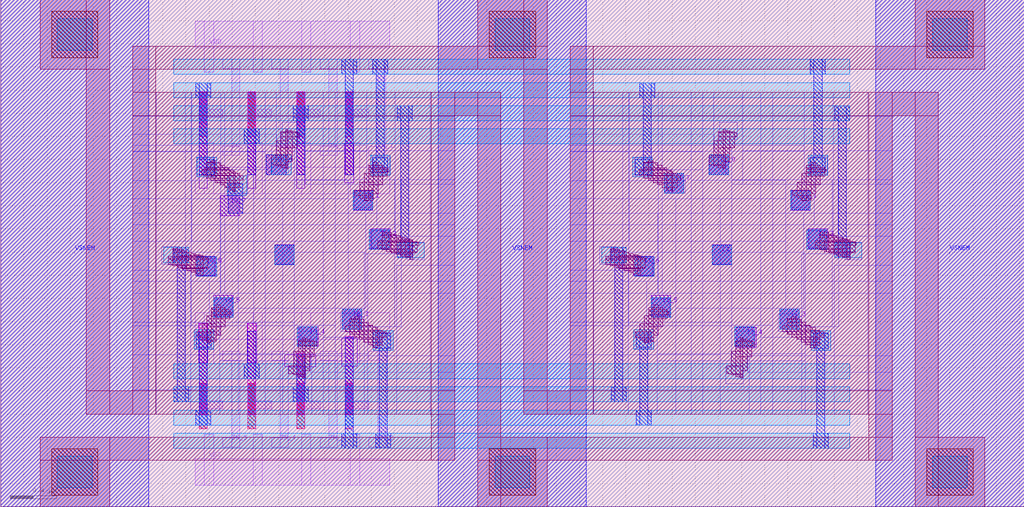
<source format=lef>
VERSION 5.7 ;
BUSBITCHARS "[]" ;
DIVIDERCHAR "/" ;


MANUFACTURINGGRID 0.005 ;

MACRO nem_ohmux_invd2_2i_8b
  CLASS COVER ;
  ORIGIN 0 0 ;
  FOREIGN nem_ohmux_invd2_2i_8b 0 0 ;
  SIZE 8.84 BY 4.38 ;
  SYMMETRY X Y ;
  SITE core ;
  PIN I0_0
    DIRECTION INPUT ;
    USE SIGNAL ;
    PORT
      LAYER M7 ;
        RECT 2.295 2.87 2.465 3.04 ;
    END
  END I0_0
  PIN I0_7
    DIRECTION INPUT ;
    USE SIGNAL ;
    PORT
      LAYER M7 ;
        RECT 1.895 2.515 2.065 2.685 ;
    END
  END I0_7
  PIN I0_1
    DIRECTION INPUT ;
    USE SIGNAL ;
    PORT
      LAYER M7 ;
        RECT 3.045 2.56 3.215 2.73 ;
    END
  END I0_1
  PIN I0_2
    DIRECTION INPUT ;
    USE SIGNAL ;
    PORT
      LAYER M7 ;
        RECT 3.195 2.23 3.365 2.4 ;
    END
  END I0_2
  PIN I0_3
    DIRECTION INPUT ;
    USE SIGNAL ;
    PORT
      LAYER M7 ;
        RECT 2.95 1.535 3.12 1.705 ;
    END
  END I0_3
  PIN I0_4
    DIRECTION INPUT ;
    USE SIGNAL ;
    PORT
      LAYER M7 ;
        RECT 2.575 1.385 2.745 1.555 ;
    END
  END I0_4
  PIN I0_5
    DIRECTION INPUT ;
    USE SIGNAL ;
    PORT
      LAYER M7 ;
        RECT 1.84 1.655 2.01 1.825 ;
    END
  END I0_5
  PIN I0_6
    DIRECTION INPUT ;
    USE SIGNAL ;
    PORT
      LAYER M7 ;
        RECT 1.685 1.995 1.855 2.165 ;
    END
  END I0_6
  PIN S0
    DIRECTION INPUT ;
    USE SIGNAL ;
    PORT
      LAYER M7 ;
        RECT 2.365 2.095 2.535 2.265 ;
    END
  END S0
  PIN ZN_3
    DIRECTION OUTPUT ;
    USE SIGNAL ;
    PORT
      LAYER M1 ;
        RECT 3.18 1.265 3.325 1.345 ;
        RECT 3.255 0.515 3.325 1.345 ;
        RECT 3.18 0.515 3.325 0.595 ;
    END
  END ZN_3
  PIN ZN_6
    DIRECTION OUTPUT ;
    USE SIGNAL ;
    PORT
      LAYER M1 ;
        RECT 2.76 1.265 2.905 1.345 ;
        RECT 2.835 0.515 2.905 1.345 ;
        RECT 2.76 0.515 2.905 0.595 ;
    END
  END ZN_6
  PIN ZN_4
    DIRECTION OUTPUT ;
    USE SIGNAL ;
    PORT
      LAYER M1 ;
        RECT 2.34 1.265 2.485 1.345 ;
        RECT 2.415 0.515 2.485 1.345 ;
        RECT 2.34 0.515 2.485 0.595 ;
    END
  END ZN_4
  PIN ZN_5
    DIRECTION OUTPUT ;
    USE SIGNAL ;
    PORT
      LAYER M1 ;
        RECT 1.92 1.265 2.065 1.345 ;
        RECT 1.995 0.515 2.065 1.345 ;
        RECT 1.92 0.515 2.065 0.595 ;
    END
  END ZN_5
  PIN ZN_1
    DIRECTION OUTPUT ;
    USE SIGNAL ;
    PORT
      LAYER M1 ;
        RECT 3.18 3.785 3.325 3.865 ;
        RECT 3.255 3.035 3.325 3.865 ;
        RECT 3.18 3.035 3.325 3.115 ;
    END
  END ZN_1
  PIN ZN_2
    DIRECTION OUTPUT ;
    USE SIGNAL ;
    PORT
      LAYER M1 ;
        RECT 2.76 3.785 2.905 3.865 ;
        RECT 2.835 3.035 2.905 3.865 ;
        RECT 2.76 3.035 2.905 3.115 ;
    END
  END ZN_2
  PIN ZN_0
    DIRECTION OUTPUT ;
    USE SIGNAL ;
    PORT
      LAYER M1 ;
        RECT 2.34 3.785 2.485 3.865 ;
        RECT 2.415 3.035 2.485 3.865 ;
        RECT 2.34 3.035 2.485 3.115 ;
    END
  END ZN_0
  PIN ZN_7
    DIRECTION OUTPUT ;
    USE SIGNAL ;
    PORT
      LAYER M1 ;
        RECT 1.92 3.785 2.065 3.865 ;
        RECT 1.995 3.035 2.065 3.865 ;
        RECT 1.92 3.035 2.065 3.115 ;
    END
  END ZN_7
  PIN S1
    DIRECTION INPUT ;
    USE SIGNAL ;
    PORT
      LAYER M7 ;
        RECT 6.145 2.095 6.315 2.265 ;
    END
  END S1
  PIN I1_2
    DIRECTION INPUT ;
    USE SIGNAL ;
    PORT
      LAYER M7 ;
        RECT 6.975 2.23 7.145 2.4 ;
    END
  END I1_2
  PIN I1_4
    DIRECTION INPUT ;
    USE SIGNAL ;
    PORT
      LAYER M7 ;
        RECT 6.355 1.38 6.525 1.55 ;
    END
  END I1_4
  PIN I1_3
    DIRECTION INPUT ;
    USE SIGNAL ;
    PORT
      LAYER M7 ;
        RECT 6.73 1.535 6.9 1.705 ;
    END
  END I1_3
  PIN I1_1
    DIRECTION INPUT ;
    USE SIGNAL ;
    PORT
      LAYER M7 ;
        RECT 6.825 2.56 6.995 2.73 ;
    END
  END I1_1
  PIN I1_0
    DIRECTION INPUT ;
    USE SIGNAL ;
    PORT
      LAYER M7 ;
        RECT 6.12 2.87 6.29 3.04 ;
    END
  END I1_0
  PIN I1_5
    DIRECTION INPUT ;
    USE SIGNAL ;
    PORT
      LAYER M7 ;
        RECT 5.62 1.655 5.79 1.825 ;
    END
  END I1_5
  PIN I1_7
    DIRECTION INPUT ;
    USE SIGNAL ;
    PORT
      LAYER M7 ;
        RECT 5.73 2.71 5.9 2.88 ;
    END
  END I1_7
  PIN I1_6
    DIRECTION INPUT ;
    USE SIGNAL ;
    PORT
      LAYER M7 ;
        RECT 5.465 1.995 5.635 2.165 ;
    END
  END I1_6
  PIN VSNEM
    DIRECTION INOUT ;
    USE GROUND ;
    SHAPE ABUTMENT ;
    PORT
      LAYER M8 ;
        RECT 0 0 1.28 4.38 ;
    END
    PORT
      LAYER M8 ;
        RECT 3.78 0 5.06 4.38 ;
    END
    PORT
      LAYER M8 ;
        RECT 7.56 0 8.84 4.38 ;
    END
  END VSNEM
  PIN VSS
    DIRECTION INOUT ;
    USE GROUND ;
    SHAPE ABUTMENT ;
    PORT
      LAYER M1 ;
        RECT 1.68 2.705 3.36 2.935 ;
        RECT 3.02 2.705 3.1 3.145 ;
        RECT 2.6 2.705 2.68 3.145 ;
        RECT 2.18 2.705 2.26 3.145 ;
        RECT 1.76 2.705 1.84 3.145 ;
    END
    PORT
      LAYER M1 ;
        RECT 1.68 0.185 3.36 0.415 ;
        RECT 3.02 0.185 3.1 0.625 ;
        RECT 2.6 0.185 2.68 0.625 ;
        RECT 2.18 0.185 2.26 0.625 ;
        RECT 1.76 0.185 1.84 0.625 ;
    END
  END VSS
  PIN VDD
    DIRECTION INOUT ;
    USE POWER ;
    SHAPE ABUTMENT ;
    PORT
      LAYER M1 ;
        RECT 1.68 3.965 3.36 4.195 ;
        RECT 3.02 3.755 3.1 4.195 ;
        RECT 2.6 3.755 2.68 4.195 ;
        RECT 2.18 3.755 2.26 4.195 ;
        RECT 1.76 3.755 1.84 4.195 ;
    END
    PORT
      LAYER M1 ;
        RECT 1.68 1.445 3.36 1.675 ;
        RECT 3.02 1.235 3.1 1.675 ;
        RECT 2.6 1.235 2.68 1.675 ;
        RECT 2.18 1.235 2.26 1.675 ;
        RECT 1.76 1.235 1.84 1.675 ;
    END
  END VDD
  OBS
    LAYER OVERLAP ;
      RECT 0 0 8.84 4.38 ;
    LAYER M1 ;
      RECT 2.975 0.795 3.045 1.065 ;
      RECT 2.975 0.845 3.18 0.915 ;
      RECT 2.975 3.315 3.045 3.585 ;
      RECT 2.975 3.365 3.18 3.435 ;
      RECT 2.555 0.795 2.625 1.065 ;
      RECT 2.555 0.845 2.76 0.915 ;
      RECT 2.555 3.315 2.625 3.585 ;
      RECT 2.555 3.365 2.76 3.435 ;
      RECT 2.135 0.795 2.205 1.065 ;
      RECT 2.135 0.845 2.34 0.915 ;
      RECT 2.135 3.315 2.205 3.585 ;
      RECT 2.135 3.365 2.34 3.435 ;
      RECT 1.715 0.795 1.785 1.065 ;
      RECT 1.715 0.845 1.92 0.915 ;
      RECT 1.715 3.315 1.785 3.585 ;
      RECT 1.715 3.365 1.92 3.435 ;
    LAYER M2 ;
      RECT 2.975 0.675 3.045 1.065 ;
      RECT 2.975 3.195 3.045 3.585 ;
      RECT 2.555 0.675 2.625 1.065 ;
      RECT 2.555 3.195 2.625 3.585 ;
      RECT 2.135 0.675 2.205 1.065 ;
      RECT 2.135 3.195 2.205 3.585 ;
      RECT 1.715 0.675 1.785 1.065 ;
      RECT 1.715 3.195 1.785 3.585 ;
    LAYER M3 ;
      RECT 2.975 0.675 3.045 1.065 ;
      RECT 2.975 3.195 3.045 3.585 ;
      RECT 2.555 0.675 2.625 1.065 ;
      RECT 2.555 3.195 2.625 3.585 ;
      RECT 2.135 0.675 2.205 1.065 ;
      RECT 2.135 3.195 2.205 3.585 ;
      RECT 1.715 0.675 1.785 1.065 ;
      RECT 1.715 3.195 1.785 3.585 ;
    LAYER M4 ;
      RECT 2.975 0.675 3.045 1.065 ;
      RECT 2.975 3.195 3.045 3.585 ;
      RECT 2.555 0.675 2.625 1.065 ;
      RECT 2.555 3.195 2.625 3.585 ;
      RECT 2.135 0.675 2.205 1.065 ;
      RECT 2.135 3.195 2.205 3.585 ;
      RECT 1.715 0.675 1.785 1.065 ;
      RECT 1.715 3.195 1.785 3.585 ;
    LAYER M5 ;
      RECT 2.975 0.675 3.045 1.065 ;
      RECT 2.975 3.195 3.045 3.585 ;
      RECT 2.555 0.675 2.625 1.065 ;
      RECT 2.555 3.195 2.625 3.585 ;
      RECT 2.135 0.675 2.205 1.065 ;
      RECT 2.135 3.195 2.205 3.585 ;
      RECT 1.715 0.675 1.785 1.065 ;
      RECT 1.715 3.195 1.785 3.585 ;
    LAYER M6 ;
      RECT 2.975 0.795 3.045 1.475 ;
      RECT 2.975 2.87 3.045 3.585 ;
      RECT 2.555 0.795 2.625 1.325 ;
      RECT 2.555 2.87 2.625 3.585 ;
      RECT 2.135 0.795 2.205 1.585 ;
      RECT 2.135 2.87 2.205 3.585 ;
      RECT 1.715 0.795 1.785 1.585 ;
      RECT 1.715 2.87 1.785 3.585 ;
    LAYER M7 ;
      RECT 2.945 1.215 3.08 1.455 ;
      RECT 2.97 2.8 3.05 3.14 ;
      RECT 2.455 1.21 2.72 1.315 ;
      RECT 2.555 2.75 2.625 3.14 ;
      RECT 2.13 1.245 2.21 1.585 ;
      RECT 2.135 2.75 2.205 3.14 ;
      RECT 1.71 1.245 1.79 1.585 ;
      RECT 1.715 2.75 1.785 3.14 ;
    LAYER M8 ;
      RECT 7.205 3.335 7.335 3.465 ;
      RECT 7.235 2.15 7.305 3.465 ;
      RECT 7.205 2.15 7.335 2.28 ;
      RECT 7.02 1.37 7.15 1.5 ;
      RECT 7.05 0.505 7.12 1.5 ;
      RECT 7.02 0.505 7.15 0.635 ;
      RECT 6.995 3.735 7.125 3.865 ;
      RECT 7.025 2.885 7.095 3.865 ;
      RECT 6.995 2.885 7.125 3.015 ;
      RECT 5.52 3.535 5.65 3.665 ;
      RECT 5.55 2.87 5.62 3.665 ;
      RECT 5.48 2.87 5.62 3 ;
      RECT 5.49 1.38 5.62 1.51 ;
      RECT 5.52 0.705 5.59 1.51 ;
      RECT 5.49 0.705 5.62 0.835 ;
      RECT 5.275 2.11 5.405 2.24 ;
      RECT 5.305 0.905 5.375 2.24 ;
      RECT 5.275 0.905 5.405 1.035 ;
      RECT 3.425 3.335 3.555 3.465 ;
      RECT 3.455 2.15 3.525 3.465 ;
      RECT 3.425 2.15 3.555 2.28 ;
      RECT 3.24 1.37 3.37 1.5 ;
      RECT 3.27 0.505 3.34 1.5 ;
      RECT 3.24 0.505 3.37 0.635 ;
      RECT 3.215 3.735 3.345 3.865 ;
      RECT 3.245 2.885 3.315 3.865 ;
      RECT 3.215 2.885 3.345 3.015 ;
      RECT 2.975 0.505 3.045 1.465 ;
      RECT 2.945 0.505 3.075 0.635 ;
      RECT 2.945 3.735 3.075 3.865 ;
      RECT 2.975 2.87 3.045 3.865 ;
      RECT 2.555 0.905 2.625 1.315 ;
      RECT 2.525 0.905 2.655 1.035 ;
      RECT 2.525 3.335 2.655 3.465 ;
      RECT 2.555 2.87 2.625 3.465 ;
      RECT 2.135 1.105 2.205 1.515 ;
      RECT 2.105 1.105 2.235 1.235 ;
      RECT 2.105 3.135 2.235 3.265 ;
      RECT 2.135 2.87 2.205 3.265 ;
      RECT 1.685 3.535 1.815 3.665 ;
      RECT 1.715 2.87 1.785 3.665 ;
      RECT 1.715 2.87 1.845 3 ;
      RECT 1.69 1.38 1.82 1.51 ;
      RECT 1.715 0.705 1.785 1.51 ;
      RECT 1.685 0.705 1.815 0.835 ;
      RECT 1.495 2.11 1.625 2.24 ;
      RECT 1.525 0.905 1.595 2.24 ;
      RECT 1.495 0.905 1.625 1.035 ;
      RECT 6.965 2.225 7.135 2.395 ;
      RECT 6.825 2.565 6.995 2.735 ;
      RECT 6.73 1.535 6.9 1.705 ;
      RECT 6.34 1.385 6.51 1.555 ;
      RECT 6.145 2.09 6.315 2.26 ;
      RECT 6.12 2.87 6.29 3.04 ;
      RECT 5.73 2.71 5.9 2.88 ;
      RECT 5.62 1.635 5.79 1.805 ;
      RECT 5.475 1.99 5.645 2.16 ;
      RECT 3.185 2.225 3.355 2.395 ;
      RECT 3.045 2.565 3.215 2.735 ;
      RECT 2.95 1.535 3.12 1.705 ;
      RECT 2.56 1.385 2.73 1.555 ;
      RECT 2.365 2.09 2.535 2.26 ;
      RECT 2.295 2.87 2.465 3.04 ;
      RECT 1.965 2.535 2.09 2.79 ;
      RECT 1.84 1.635 2.01 1.805 ;
      RECT 1.695 1.99 1.865 2.16 ;
    LAYER M9 ;
      RECT 2.34 2.87 2.51 3.04 ;
      RECT 2.335 2.87 2.51 3 ;
      RECT 8.05 0.165 8.35 0.435 ;
      RECT 8.05 3.945 8.35 4.215 ;
      RECT 7.205 2.15 7.44 2.28 ;
      RECT 1.495 0.505 7.335 0.635 ;
      RECT 1.495 0.705 7.335 0.835 ;
      RECT 1.495 0.905 7.335 1.035 ;
      RECT 1.495 1.105 7.335 1.235 ;
      RECT 1.495 3.135 7.335 3.265 ;
      RECT 1.495 3.335 7.335 3.465 ;
      RECT 1.495 3.535 7.335 3.665 ;
      RECT 1.495 3.735 7.335 3.865 ;
      RECT 7 1.35 7.17 1.52 ;
      RECT 6.975 2.865 7.145 3.035 ;
      RECT 6.965 2.225 7.135 2.395 ;
      RECT 6.825 2.565 6.995 2.735 ;
      RECT 6.73 1.535 6.9 1.705 ;
      RECT 6.34 1.385 6.51 1.555 ;
      RECT 6.145 2.09 6.315 2.26 ;
      RECT 6.12 2.87 6.29 3.04 ;
      RECT 5.73 2.71 5.9 2.88 ;
      RECT 5.62 1.635 5.79 1.805 ;
      RECT 5.475 1.99 5.645 2.16 ;
      RECT 5.47 1.36 5.64 1.53 ;
      RECT 5.46 2.85 5.63 3.02 ;
      RECT 5.19 2.11 5.405 2.24 ;
      RECT 4.27 0.165 4.57 0.435 ;
      RECT 4.27 3.945 4.57 4.215 ;
      RECT 3.425 2.15 3.66 2.28 ;
      RECT 3.22 1.35 3.39 1.52 ;
      RECT 3.195 2.865 3.365 3.035 ;
      RECT 3.185 2.225 3.355 2.395 ;
      RECT 3.045 2.565 3.215 2.735 ;
      RECT 2.95 1.535 3.12 1.705 ;
      RECT 2.56 1.385 2.73 1.555 ;
      RECT 2.365 2.09 2.535 2.26 ;
      RECT 1.955 2.69 2.125 2.86 ;
      RECT 1.84 1.635 2.01 1.805 ;
      RECT 1.695 1.99 1.865 2.16 ;
      RECT 1.695 2.85 1.865 3.02 ;
      RECT 1.67 1.36 1.84 1.53 ;
      RECT 1.41 2.11 1.625 2.24 ;
      RECT 0.49 0.165 0.79 0.435 ;
      RECT 0.49 3.945 0.79 4.215 ;
    LAYER M10 ;
      RECT 4.92 3.375 7.7 3.58 ;
      RECT 7.49 0.8 7.7 3.58 ;
      RECT 6.41 3.075 7.7 3.58 ;
      RECT 7.19 2.335 7.7 3.58 ;
      RECT 4.92 3.07 6.16 3.58 ;
      RECT 4.92 3.07 6.165 3.22 ;
      RECT 6.315 1.57 6.67 3.125 ;
      RECT 4.92 3.07 6.94 3.125 ;
      RECT 6.41 2.785 6.94 3.58 ;
      RECT 4.92 3.065 6.065 3.58 ;
      RECT 5.965 0.8 6.065 3.58 ;
      RECT 5.68 2.91 6.065 3.58 ;
      RECT 4.92 2.295 5.43 3.58 ;
      RECT 5.68 1.845 5.715 3.58 ;
      RECT 6.315 2.785 7.7 2.825 ;
      RECT 7.185 1.555 7.24 2.825 ;
      RECT 5.965 1.26 6.315 2.82 ;
      RECT 4.92 2.295 5.715 2.815 ;
      RECT 7.03 2.435 7.7 2.825 ;
      RECT 5.965 1.715 6.78 2.82 ;
      RECT 4.92 2.295 6.78 2.66 ;
      RECT 5.83 0.8 6.215 2.66 ;
      RECT 4.92 2.435 7.7 2.535 ;
      RECT 5.375 2.2 6.935 2.535 ;
      RECT 5.83 1.715 6.935 2.535 ;
      RECT 4.92 0.8 5.125 3.58 ;
      RECT 5.675 1.845 6.935 2.535 ;
      RECT 5.375 1.565 5.425 3.58 ;
      RECT 6.92 1.555 7.24 2.185 ;
      RECT 7.2 0.8 7.7 2.085 ;
      RECT 4.92 0.8 5.42 2.045 ;
      RECT 4.92 1.845 7.7 1.95 ;
      RECT 4.92 1.565 5.58 1.95 ;
      RECT 5.67 0.8 6.215 1.595 ;
      RECT 6.565 0.8 6.67 3.58 ;
      RECT 4.92 1.565 6.315 1.595 ;
      RECT 6.92 0.8 6.95 2.185 ;
      RECT 6.565 0.8 6.95 1.465 ;
      RECT 5.67 1.26 6.95 1.32 ;
      RECT 4.92 0.8 6.215 1.315 ;
      RECT 6.465 0.8 7.7 1.305 ;
      RECT 6.455 1.16 7.7 1.305 ;
      RECT 4.92 0.8 7.7 1.01 ;
      RECT 1.14 3.375 3.92 3.58 ;
      RECT 3.71 0.8 3.92 3.58 ;
      RECT 2.63 3.075 3.92 3.58 ;
      RECT 3.41 2.335 3.92 3.58 ;
      RECT 1.14 3.07 2.38 3.58 ;
      RECT 1.14 3.07 2.385 3.22 ;
      RECT 2.535 1.57 2.89 3.125 ;
      RECT 1.14 3.07 3.16 3.125 ;
      RECT 2.63 2.785 3.16 3.58 ;
      RECT 1.14 3.065 2.285 3.58 ;
      RECT 2.185 0.8 2.285 3.58 ;
      RECT 1.9 2.91 2.285 3.58 ;
      RECT 1.14 2.295 1.65 3.58 ;
      RECT 1.9 1.845 1.935 3.58 ;
      RECT 2.535 2.785 3.92 2.825 ;
      RECT 3.405 1.555 3.46 2.825 ;
      RECT 2.185 1.26 2.535 2.82 ;
      RECT 1.14 2.295 1.935 2.815 ;
      RECT 3.25 2.435 3.92 2.825 ;
      RECT 2.185 1.715 3 2.82 ;
      RECT 1.14 2.295 3 2.66 ;
      RECT 2.05 0.8 2.435 2.66 ;
      RECT 1.14 2.435 3.92 2.535 ;
      RECT 1.595 2.2 3.155 2.535 ;
      RECT 2.05 1.715 3.155 2.535 ;
      RECT 1.14 0.8 1.345 3.58 ;
      RECT 1.895 1.845 3.155 2.535 ;
      RECT 1.595 1.565 1.645 3.58 ;
      RECT 3.14 1.555 3.46 2.185 ;
      RECT 3.42 0.8 3.92 2.085 ;
      RECT 1.14 0.8 1.64 2.045 ;
      RECT 1.14 1.845 3.92 1.95 ;
      RECT 1.14 1.565 1.8 1.95 ;
      RECT 1.89 0.8 2.435 1.595 ;
      RECT 2.785 0.8 2.89 3.58 ;
      RECT 1.14 1.565 2.535 1.595 ;
      RECT 3.14 0.8 3.17 2.185 ;
      RECT 2.785 0.8 3.17 1.465 ;
      RECT 1.89 1.26 3.17 1.32 ;
      RECT 1.14 0.8 2.435 1.315 ;
      RECT 2.685 0.8 3.92 1.305 ;
      RECT 2.675 1.16 3.92 1.305 ;
      RECT 1.14 0.8 3.92 1.01 ;
      RECT 8 0.1 8.4 0.5 ;
      RECT 8 3.88 8.4 4.28 ;
      RECT 7.29 2.135 7.44 2.285 ;
      RECT 7 1.354 7.15 1.504 ;
      RECT 6.991 2.873 7.141 3.023 ;
      RECT 6.985 2.236 7.135 2.386 ;
      RECT 6.832 2.584 6.982 2.734 ;
      RECT 6.718 1.517 6.868 1.667 ;
      RECT 6.366 1.368 6.516 1.518 ;
      RECT 6.264 1.061 6.414 1.211 ;
      RECT 6.211 3.173 6.361 3.323 ;
      RECT 6.115 2.87 6.265 3.02 ;
      RECT 5.764 2.708 5.914 2.858 ;
      RECT 5.63 1.643 5.78 1.793 ;
      RECT 5.478 2.866 5.628 3.016 ;
      RECT 5.477 1.998 5.627 2.148 ;
      RECT 5.47 1.363 5.62 1.513 ;
      RECT 5.173 2.096 5.323 2.246 ;
      RECT 4.22 0.1 4.62 0.5 ;
      RECT 4.22 3.88 4.62 4.28 ;
      RECT 3.51 2.135 3.66 2.285 ;
      RECT 3.22 1.354 3.37 1.504 ;
      RECT 3.211 2.873 3.361 3.023 ;
      RECT 3.205 2.236 3.355 2.386 ;
      RECT 3.052 2.584 3.202 2.734 ;
      RECT 2.938 1.517 3.088 1.667 ;
      RECT 2.586 1.368 2.736 1.518 ;
      RECT 2.484 1.061 2.634 1.211 ;
      RECT 2.431 3.173 2.581 3.323 ;
      RECT 2.335 2.87 2.485 3.02 ;
      RECT 1.984 2.708 2.134 2.858 ;
      RECT 1.85 1.643 2 1.793 ;
      RECT 1.698 2.866 1.848 3.016 ;
      RECT 1.697 1.998 1.847 2.148 ;
      RECT 1.69 1.363 1.84 1.513 ;
      RECT 1.393 2.096 1.543 2.246 ;
      RECT 0.44 0.1 0.84 0.5 ;
      RECT 0.44 3.88 0.84 4.28 ;
    LAYER NEMANC ;
      RECT 8 0.1 8.4 0.5 ;
      RECT 8 3.88 8.4 4.28 ;
      RECT 4.22 0.1 4.62 0.5 ;
      RECT 4.22 3.88 4.62 4.28 ;
      RECT 0.44 0.1 0.84 0.5 ;
      RECT 0.44 3.88 0.84 4.28 ;
    LAYER NEMCHAN ;
      RECT 7.075 2.22 7.155 2.37 ;
      RECT 7.075 2.22 7.195 2.355 ;
      RECT 7.075 2.22 7.235 2.34 ;
      RECT 7.075 2.22 7.275 2.325 ;
      RECT 7.315 2.14 7.34 2.305 ;
      RECT 7.035 2.23 7.34 2.3 ;
      RECT 7.155 2.195 7.38 2.29 ;
      RECT 7.035 2.26 7.39 2.285 ;
      RECT 7.115 2.205 7.38 2.29 ;
      RECT 7.195 2.18 7.34 2.305 ;
      RECT 7.275 2.155 7.315 2.315 ;
      RECT 7.235 2.165 7.34 2.305 ;
      RECT 7 2.705 7.04 2.975 ;
      RECT 6.96 2.78 7.08 2.95 ;
      RECT 6.96 2.855 7.12 2.93 ;
      RECT 6.96 2.895 7.13 2.915 ;
      RECT 6.92 2.645 6.96 2.88 ;
      RECT 6.88 2.665 7 2.805 ;
      RECT 6.84 2.685 7 2.735 ;
      RECT 6.92 2.65 7 2.88 ;
      RECT 6.835 1.465 6.875 1.64 ;
      RECT 6.795 1.49 6.875 1.625 ;
      RECT 6.795 1.49 6.915 1.62 ;
      RECT 6.795 1.49 6.955 1.595 ;
      RECT 6.755 1.51 6.995 1.565 ;
      RECT 6.995 1.375 7.035 1.55 ;
      RECT 6.995 1.395 7.075 1.525 ;
      RECT 6.835 1.465 7.11 1.51 ;
      RECT 6.875 1.445 7.075 1.525 ;
      RECT 6.955 1.4 6.995 1.57 ;
      RECT 6.915 1.42 7.075 1.525 ;
      RECT 6.39 1.115 6.41 1.46 ;
      RECT 6.39 1.175 6.45 1.445 ;
      RECT 6.35 1.295 6.49 1.435 ;
      RECT 6.35 1.39 6.51 1.425 ;
      RECT 6.31 1.14 6.41 1.345 ;
      RECT 6.27 1.15 6.41 1.22 ;
      RECT 6.35 1.125 6.41 1.435 ;
      RECT 6.24 2.92 6.26 3.26 ;
      RECT 6.24 2.98 6.3 3.25 ;
      RECT 6.2 3.1 6.34 3.24 ;
      RECT 6.2 3.195 6.36 3.23 ;
      RECT 6.16 2.945 6.26 3.16 ;
      RECT 6.12 2.955 6.26 3.035 ;
      RECT 6.2 2.93 6.26 3.24 ;
      RECT 5.595 2.82 5.635 2.99 ;
      RECT 5.555 2.84 5.635 2.975 ;
      RECT 5.555 2.84 5.675 2.97 ;
      RECT 5.555 2.84 5.755 2.93 ;
      RECT 5.515 2.865 5.755 2.915 ;
      RECT 5.515 2.865 5.795 2.905 ;
      RECT 5.795 2.72 5.805 2.895 ;
      RECT 5.715 2.755 5.845 2.88 ;
      RECT 5.595 2.82 5.875 2.86 ;
      RECT 5.635 2.8 5.845 2.88 ;
      RECT 5.675 2.78 5.715 2.95 ;
      RECT 5.755 2.735 5.805 2.895 ;
      RECT 5.64 1.48 5.68 1.745 ;
      RECT 5.6 1.555 5.72 1.72 ;
      RECT 5.6 1.625 5.76 1.7 ;
      RECT 5.6 1.665 5.77 1.685 ;
      RECT 5.56 1.415 5.6 1.65 ;
      RECT 5.52 1.44 5.64 1.58 ;
      RECT 5.48 1.46 5.64 1.51 ;
      RECT 5.56 1.425 5.64 1.65 ;
      RECT 5.265 2.08 5.305 2.23 ;
      RECT 5.265 2.08 5.345 2.225 ;
      RECT 5.265 2.08 5.385 2.21 ;
      RECT 5.265 2.08 5.425 2.2 ;
      RECT 5.505 2 5.53 2.17 ;
      RECT 5.225 2.09 5.53 2.165 ;
      RECT 5.345 2.06 5.57 2.155 ;
      RECT 5.225 2.135 5.575 2.145 ;
      RECT 5.305 2.065 5.57 2.155 ;
      RECT 5.345 2.055 5.53 2.17 ;
      RECT 5.465 2.015 5.505 2.175 ;
      RECT 5.385 2.04 5.53 2.17 ;
      RECT 5.425 2.025 5.465 2.185 ;
      RECT 3.295 2.22 3.375 2.37 ;
      RECT 3.295 2.22 3.415 2.355 ;
      RECT 3.295 2.22 3.455 2.34 ;
      RECT 3.295 2.22 3.495 2.325 ;
      RECT 3.535 2.14 3.56 2.305 ;
      RECT 3.255 2.23 3.56 2.3 ;
      RECT 3.375 2.195 3.6 2.29 ;
      RECT 3.255 2.26 3.61 2.285 ;
      RECT 3.335 2.205 3.6 2.29 ;
      RECT 3.415 2.18 3.56 2.305 ;
      RECT 3.495 2.155 3.535 2.315 ;
      RECT 3.455 2.165 3.56 2.305 ;
      RECT 3.22 2.705 3.26 2.975 ;
      RECT 3.18 2.78 3.3 2.95 ;
      RECT 3.18 2.855 3.34 2.93 ;
      RECT 3.18 2.895 3.35 2.915 ;
      RECT 3.14 2.645 3.18 2.88 ;
      RECT 3.1 2.665 3.22 2.805 ;
      RECT 3.06 2.685 3.22 2.735 ;
      RECT 3.14 2.65 3.22 2.88 ;
      RECT 3.055 1.465 3.095 1.64 ;
      RECT 3.015 1.49 3.095 1.625 ;
      RECT 3.015 1.49 3.135 1.62 ;
      RECT 3.015 1.49 3.175 1.595 ;
      RECT 2.975 1.51 3.215 1.565 ;
      RECT 3.215 1.375 3.255 1.55 ;
      RECT 3.215 1.395 3.295 1.525 ;
      RECT 3.055 1.465 3.33 1.51 ;
      RECT 3.095 1.445 3.295 1.525 ;
      RECT 3.175 1.4 3.215 1.57 ;
      RECT 3.135 1.42 3.295 1.525 ;
      RECT 2.61 1.115 2.63 1.46 ;
      RECT 2.61 1.175 2.67 1.445 ;
      RECT 2.57 1.295 2.71 1.435 ;
      RECT 2.57 1.39 2.73 1.425 ;
      RECT 2.53 1.14 2.63 1.345 ;
      RECT 2.49 1.15 2.63 1.22 ;
      RECT 2.57 1.125 2.63 1.435 ;
      RECT 2.46 2.92 2.48 3.26 ;
      RECT 2.46 2.98 2.52 3.25 ;
      RECT 2.42 3.1 2.56 3.24 ;
      RECT 2.42 3.195 2.58 3.23 ;
      RECT 2.38 2.945 2.48 3.16 ;
      RECT 2.34 2.955 2.48 3.035 ;
      RECT 2.42 2.93 2.48 3.24 ;
      RECT 1.815 2.82 1.855 2.99 ;
      RECT 1.775 2.84 1.855 2.975 ;
      RECT 1.775 2.84 1.895 2.97 ;
      RECT 1.775 2.84 1.975 2.93 ;
      RECT 1.735 2.865 1.975 2.915 ;
      RECT 1.735 2.865 2.015 2.905 ;
      RECT 2.015 2.72 2.025 2.895 ;
      RECT 1.935 2.755 2.065 2.88 ;
      RECT 1.815 2.82 2.095 2.86 ;
      RECT 1.855 2.8 2.065 2.88 ;
      RECT 1.895 2.78 1.935 2.95 ;
      RECT 1.975 2.735 2.025 2.895 ;
      RECT 1.86 1.48 1.9 1.745 ;
      RECT 1.82 1.555 1.94 1.72 ;
      RECT 1.82 1.625 1.98 1.7 ;
      RECT 1.82 1.665 1.99 1.685 ;
      RECT 1.78 1.415 1.82 1.65 ;
      RECT 1.74 1.44 1.86 1.58 ;
      RECT 1.7 1.46 1.86 1.51 ;
      RECT 1.78 1.425 1.86 1.65 ;
      RECT 1.485 2.08 1.525 2.23 ;
      RECT 1.485 2.08 1.565 2.225 ;
      RECT 1.485 2.08 1.605 2.21 ;
      RECT 1.485 2.08 1.645 2.2 ;
      RECT 1.725 2 1.75 2.17 ;
      RECT 1.445 2.09 1.75 2.165 ;
      RECT 1.565 2.06 1.79 2.155 ;
      RECT 1.445 2.135 1.795 2.145 ;
      RECT 1.525 2.065 1.79 2.155 ;
      RECT 1.565 2.055 1.75 2.17 ;
      RECT 1.685 2.015 1.725 2.175 ;
      RECT 1.605 2.04 1.75 2.17 ;
      RECT 1.645 2.025 1.685 2.185 ;
    LAYER NEMBODY ;
      RECT 7.9 3.78 8.5 4.38 ;
      RECT 4.12 3.78 4.72 4.38 ;
      RECT 4.52 0.8 4.72 4.38 ;
      RECT 0.34 3.78 0.94 4.38 ;
      RECT 0.74 0.8 0.94 4.38 ;
      RECT 4.92 3.78 8.5 3.98 ;
      RECT 1.14 3.78 4.72 3.98 ;
      RECT 4.92 0.8 5.12 3.98 ;
      RECT 1.14 0.8 1.34 3.98 ;
      RECT 4.92 3.38 8.1 3.58 ;
      RECT 7.9 0 8.1 3.58 ;
      RECT 1.14 3.38 4.32 3.58 ;
      RECT 4.12 0 4.32 3.58 ;
      RECT 4.92 0.8 7.7 3.58 ;
      RECT 7.5 0.4 7.7 3.58 ;
      RECT 1.14 0.8 3.92 3.58 ;
      RECT 3.72 0.4 3.92 3.58 ;
      RECT 4.52 0.8 7.7 1 ;
      RECT 0.74 0.8 3.92 1 ;
      RECT 7.9 0 8.5 0.6 ;
      RECT 4.12 0.4 7.7 0.6 ;
      RECT 0.34 0.4 3.92 0.6 ;
      RECT 4.12 0 4.72 0.6 ;
      RECT 0.34 0 0.94 0.6 ;
  END
END nem_ohmux_invd2_2i_8b

END LIBRARY

</source>
